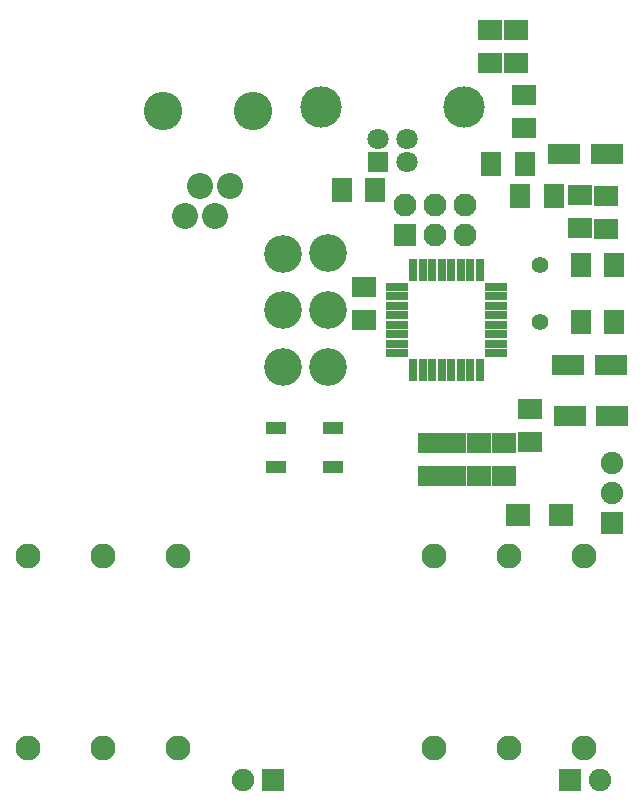
<source format=gbr>
G04 DipTrace 2.4.0.2*
%INTopMask.gbr*%
%MOIN*%
%ADD44C,0.128*%
%ADD54C,0.056*%
%ADD56C,0.138*%
%ADD58C,0.071*%
%ADD60R,0.071X0.071*%
%ADD62C,0.0828*%
%ADD66R,0.0671X0.0435*%
%ADD68R,0.0277X0.075*%
%ADD70R,0.075X0.0277*%
%ADD72C,0.0868*%
%ADD74C,0.1261*%
%ADD78C,0.0769*%
%ADD80R,0.0769X0.0769*%
%ADD82C,0.075*%
%ADD84R,0.075X0.075*%
%ADD88R,0.0789X0.0742*%
%ADD90R,0.1104X0.071*%
%ADD92R,0.0789X0.071*%
%ADD94R,0.071X0.0789*%
%FSLAX44Y44*%
G04*
G70*
G90*
G75*
G01*
%LNTopMask*%
%LPD*%
D94*
X24113Y21714D3*
X25216D3*
X24113Y19808D3*
X25216D3*
D92*
X16869Y19887D3*
Y20989D3*
D90*
X23688Y18371D3*
X25105D3*
D94*
X22231Y25081D3*
X21129D3*
X22097Y24018D3*
X23200D3*
D92*
X24076Y22953D3*
Y24055D3*
D94*
X16137Y24201D3*
X17240D3*
D90*
X23555Y25409D3*
X24972D3*
X23735Y16686D3*
X25153D3*
D88*
X23462Y13384D3*
X22013D3*
D92*
X21940Y29550D3*
Y28448D3*
D84*
X13850Y4536D3*
D82*
X12850D3*
D80*
X18262Y22704D3*
D78*
X19262D3*
X20262D3*
Y23704D3*
X19262D3*
X18262D3*
D74*
X14190Y18320D3*
Y20210D3*
Y22100D3*
X15690Y22102D3*
Y20212D3*
Y18322D3*
D84*
X23749Y4542D3*
D82*
X24749D3*
D84*
X25164Y13104D3*
D82*
Y14104D3*
Y15104D3*
D92*
X24932Y22925D3*
Y24027D3*
X22424Y16924D3*
Y15821D3*
X21067Y29550D3*
Y28448D3*
X19887Y15771D3*
Y14669D3*
X20724Y15771D3*
Y14669D3*
X21563Y15771D3*
Y14669D3*
X22228Y26268D3*
Y27370D3*
X19091Y15771D3*
Y14669D3*
D72*
X12427Y24350D3*
X11927Y23350D3*
X11427Y24350D3*
X10927Y23350D3*
D44*
X10177Y26850D3*
X13177D3*
D70*
X21282Y18781D3*
Y19096D3*
Y19411D3*
Y19726D3*
Y20041D3*
Y20356D3*
Y20671D3*
Y20986D3*
D68*
X20731Y21537D3*
X20416D3*
X20101D3*
X19786D3*
X19471D3*
X19156D3*
X18841D3*
X18526D3*
D70*
X17975Y20986D3*
Y20671D3*
Y20356D3*
Y20041D3*
Y19726D3*
Y19411D3*
Y19096D3*
Y18781D3*
D68*
X18526Y18230D3*
X18841D3*
X19156D3*
X19471D3*
X19786D3*
X20101D3*
X20416D3*
X20731D3*
D66*
X15860Y14987D3*
Y16286D3*
X13931D3*
Y14987D3*
D62*
X19209Y5619D3*
X21709D3*
X24209D3*
Y12009D3*
X21709D3*
X19209D3*
X10673D3*
X8173D3*
X5673D3*
Y5619D3*
X8173D3*
X10673D3*
D60*
X17339Y25141D3*
D58*
X18323D3*
Y25928D3*
X17339D3*
D56*
X20201Y26995D3*
X15461D3*
D54*
X22759Y21711D3*
Y19811D3*
M02*

</source>
